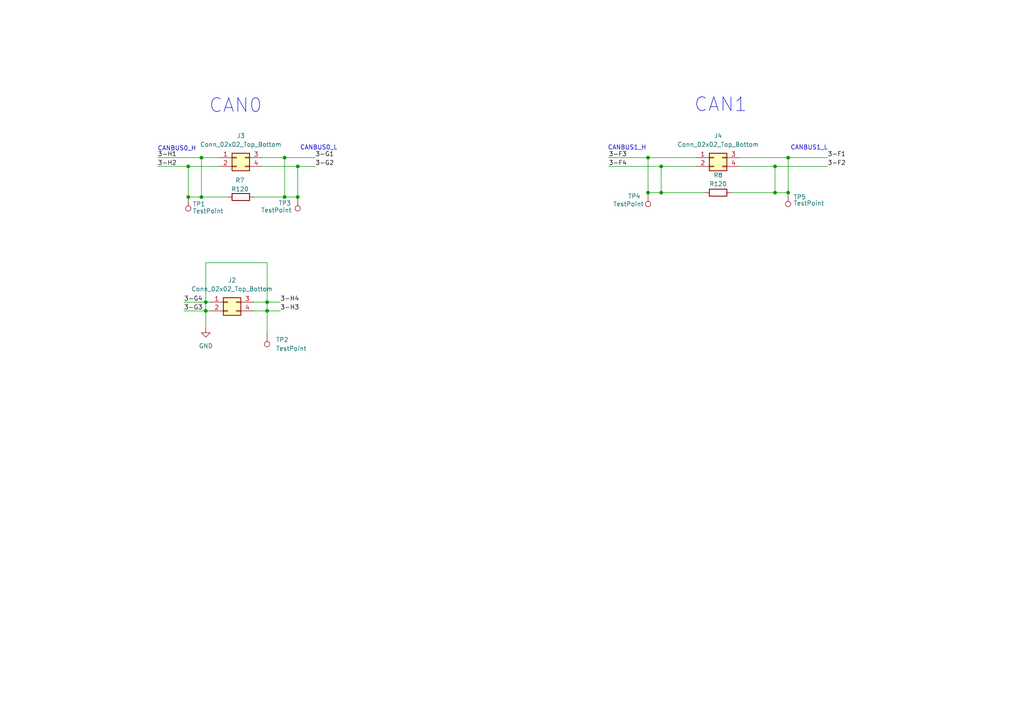
<source format=kicad_sch>
(kicad_sch (version 20231120) (generator "eeschema") (generator_version "8.0")
  (paper "A4")
  (lib_symbols
    (symbol "Connector:TestPoint" (pin_numbers hide) (pin_names (offset 0.762) hide)
      (property "Reference" "TP" (at 0 6.858 0))
      (property "Value" "TestPoint" (at 0 5.08 0))
      (symbol "TestPoint_0_1"
        (circle (center 0 3.302) (radius 0.762))
      )
      (symbol "TestPoint_1_1"
        (pin passive line (at 0 0 90) (length 2.54) (name "1") (number "1"))
      )
    )
    (symbol "Connector_Generic:Conn_02x02_Top_Bottom" (pin_names (offset 1.016) hide)
      (property "Reference" "J" (at 1.27 2.54 0))
      (property "Value" "Conn_02x02_Top_Bottom" (at 1.27 -5.08 0))
      (symbol "Conn_02x02_Top_Bottom_1_1"
        (rectangle (start -1.27 -2.413) (end 0 -2.667) (stroke (width 0.1524)))
        (rectangle (start -1.27 0.127) (end 0 -0.127) (stroke (width 0.1524)))
        (rectangle (start -1.27 1.27) (end 3.81 -3.81) (stroke (width 0.254)) (fill (type background)))
        (rectangle (start 3.81 -2.413) (end 2.54 -2.667) (stroke (width 0.1524)))
        (rectangle (start 3.81 0.127) (end 2.54 -0.127) (stroke (width 0.1524)))
        (pin passive line (at -5.08 0 0) (length 3.81) (name "Pin_1") (number "1"))
        (pin passive line (at -5.08 -2.54 0) (length 3.81) (name "Pin_2") (number "2"))
        (pin passive line (at 7.62 0 180) (length 3.81) (name "Pin_3") (number "3"))
        (pin passive line (at 7.62 -2.54 180) (length 3.81) (name "Pin_4") (number "4"))
      )
    )
    (symbol "Device:R" (pin_numbers hide) (pin_names (offset 0))
      (property "Reference" "R" (at 2.032 0 90))
      (property "Value" "R" (at 0 0 90))
      (symbol "R_0_1"
        (rectangle (start -1.016 -2.54) (end 1.016 2.54) (stroke (width 0.254)))
      )
      (symbol "R_1_1"
        (pin passive line (at 0 3.81 270) (length 1.27) (name "~") (number "1"))
        (pin passive line (at 0 -3.81 90) (length 1.27) (name "~") (number "2"))
      )
    )
    (symbol "power:GND" (power) (pin_numbers hide) (pin_names (offset 0) hide)
      (property "Value" "GND" (at 0 -3.81 0))
      (symbol "GND_0_1"
        (polyline (pts (xy 0 0) (xy 0 -1.27) (xy 1.27 -1.27) (xy 0 -2.54) (xy -1.27 -1.27) (xy 0 -1.27)))
      )
      (symbol "GND_1_1"
        (pin power_in line (at 0 0 270) (length 0) (name "~") (number "1"))
      )
    )
  )
  (junction (at 82.55 57.15))
  (junction (at 224.79 55.88))
  (junction (at 228.6 55.88))
  (junction (at 187.96 55.88))
  (junction (at 224.79 48.26))
  (junction (at 77.47 90.17))
  (junction (at 187.96 45.72))
  (junction (at 191.77 55.88))
  (junction (at 58.42 57.15))
  (junction (at 82.55 45.72))
  (junction (at 59.69 87.63))
  (junction (at 54.61 57.15))
  (junction (at 58.42 45.72))
  (junction (at 228.6 45.72))
  (junction (at 86.36 48.26))
  (junction (at 86.36 57.15))
  (junction (at 77.47 87.63))
  (junction (at 54.61 48.26))
  (junction (at 59.69 90.17))
  (junction (at 191.77 48.26))
  (wire (pts (xy 58.42 45.72) (xy 58.42 57.15)))
  (wire (pts (xy 191.77 48.26) (xy 201.93 48.26)))
  (wire (pts (xy 77.47 76.2) (xy 59.69 76.2)))
  (wire (pts (xy 212.09 55.88) (xy 224.79 55.88)))
  (wire (pts (xy 59.69 87.63) (xy 59.69 90.17)))
  (wire (pts (xy 86.36 48.26) (xy 91.44 48.26)))
  (wire (pts (xy 45.72 48.26) (xy 54.61 48.26)))
  (wire (pts (xy 53.34 90.17) (xy 59.69 90.17)))
  (wire (pts (xy 45.72 45.72) (xy 58.42 45.72)))
  (wire (pts (xy 77.47 90.17) (xy 81.28 90.17)))
  (wire (pts (xy 73.66 87.63) (xy 77.47 87.63)))
  (wire (pts (xy 53.34 87.63) (xy 59.69 87.63)))
  (wire (pts (xy 73.66 57.15) (xy 82.55 57.15)))
  (wire (pts (xy 54.61 48.26) (xy 63.5 48.26)))
  (wire (pts (xy 59.69 87.63) (xy 60.96 87.63)))
  (wire (pts (xy 224.79 48.26) (xy 240.03 48.26)))
  (wire (pts (xy 59.69 90.17) (xy 60.96 90.17)))
  (wire (pts (xy 76.2 48.26) (xy 86.36 48.26)))
  (wire (pts (xy 59.69 76.2) (xy 59.69 87.63)))
  (wire (pts (xy 73.66 90.17) (xy 77.47 90.17)))
  (wire (pts (xy 77.47 90.17) (xy 77.47 87.63)))
  (wire (pts (xy 214.63 48.26) (xy 224.79 48.26)))
  (wire (pts (xy 86.36 48.26) (xy 86.36 57.15)))
  (wire (pts (xy 228.6 45.72) (xy 228.6 55.88)))
  (wire (pts (xy 58.42 45.72) (xy 63.5 45.72)))
  (wire (pts (xy 77.47 87.63) (xy 81.28 87.63)))
  (wire (pts (xy 77.47 90.17) (xy 77.47 96.52)))
  (wire (pts (xy 54.61 57.15) (xy 58.42 57.15)))
  (wire (pts (xy 82.55 57.15) (xy 86.36 57.15)))
  (wire (pts (xy 176.53 45.72) (xy 187.96 45.72)))
  (wire (pts (xy 59.69 90.17) (xy 59.69 95.25)))
  (wire (pts (xy 214.63 45.72) (xy 228.6 45.72)))
  (wire (pts (xy 82.55 45.72) (xy 82.55 57.15)))
  (wire (pts (xy 224.79 48.26) (xy 224.79 55.88)))
  (wire (pts (xy 191.77 48.26) (xy 191.77 55.88)))
  (wire (pts (xy 58.42 57.15) (xy 66.04 57.15)))
  (wire (pts (xy 176.53 48.26) (xy 191.77 48.26)))
  (wire (pts (xy 187.96 45.72) (xy 201.93 45.72)))
  (wire (pts (xy 191.77 55.88) (xy 204.47 55.88)))
  (wire (pts (xy 76.2 45.72) (xy 82.55 45.72)))
  (wire (pts (xy 187.96 55.88) (xy 191.77 55.88)))
  (wire (pts (xy 187.96 45.72) (xy 187.96 55.88)))
  (wire (pts (xy 228.6 45.72) (xy 240.03 45.72)))
  (wire (pts (xy 224.79 55.88) (xy 228.6 55.88)))
  (wire (pts (xy 77.47 87.63) (xy 77.47 76.2)))
  (wire (pts (xy 82.55 45.72) (xy 91.44 45.72)))
  (wire (pts (xy 54.61 48.26) (xy 54.61 57.15)))
  (text "CANBUS1_L\n" (at 234.696 42.926 0) (effects (font (size 1.27 1.27))))
  (text "CANBUS0_H\n\n" (at 51.308 44.196 0) (effects (font (size 1.27 1.27))))
  (text "CANBUS0_L\n" (at 92.456 42.926 0) (effects (font (size 1.27 1.27))))
  (text "CAN0" (at 68.326 30.734 0) (effects (font (size 4 4))))
  (text "CANBUS1_H\n" (at 181.864 42.926 0) (effects (font (size 1.27 1.27))))
  (text "CAN1" (at 209.042 30.48 0) (effects (font (size 4 4))))
  (label "3-F3" (at 176.53 45.72 0))
  (label "3-F4" (at 176.53 48.26 0))
  (label "3-G2" (at 91.44 48.26 0))
  (label "3-G4" (at 53.34 87.63 0))
  (label "3-F2" (at 240.03 48.26 0))
  (label "3-H2" (at 45.72 48.26 0))
  (label "3-H3" (at 81.28 90.17 0))
  (label "3-H1" (at 45.72 45.72 0))
  (label "3-G3" (at 53.34 90.17 0))
  (label "3-H4" (at 81.28 87.63 0))
  (label "3-G1" (at 91.44 45.72 0))
  (label "3-F1" (at 240.03 45.72 0))
  (symbol (lib_id "Device:R") (at 69.85 57.15 90) (unit 1)
    (property "Reference" "R7" (at 69.596 52.324 90))
    (property "Value" "R120" (at 69.596 54.864 90))
    (property "Footprint" "Resistor_SMD:R_1206_3216Metric_Pad1.30x1.75mm_HandSolder" (effects (hide yes)))
    (property "Description" "Resistor" (effects (hide yes)))
  )
  (symbol (lib_id "power:GND") (at 59.69 95.25 0) (unit 1)
    (property "Reference" "#PWR08" (effects (hide yes)))
    (property "Value" "GND" (at 59.69 100.33 0))
    (property "Description" "Power symbol creates a global label with name \"GND\" , ground" (effects (hide yes)))
  )
  (symbol (lib_id "Device:R") (at 208.28 55.88 270) (unit 1)
    (property "Reference" "R8" (at 208.28 50.8 90))
    (property "Value" "R120" (at 208.28 53.34 90))
    (property "Footprint" "Resistor_SMD:R_1206_3216Metric_Pad1.30x1.75mm_HandSolder" (effects (hide yes)))
    (property "Description" "Resistor" (effects (hide yes)))
  )
  (symbol (lib_id "Connector_Generic:Conn_02x02_Top_Bottom") (at 207.01 45.72 0) (unit 1)
    (property "Reference" "J4" (at 208.28 39.37 0))
    (property "Value" "Conn_02x02_Top_Bottom" (at 208.28 41.91 0))
    (property "Footprint" "Connector_Molex:Molex_Mini-Fit_Jr_5566-04A_2x02_P4.20mm_Vertical" (effects (hide yes)))
    (property "Description" "Generic connector, double row, 02x02, top/bottom pin numbering scheme (row 1: 1...pins_per_row, row2: pins_per_row+1 ... num_pins), script generated (kicad-library-utils/schlib/autogen/connector/)" (effects (hide yes)))
  )
  (symbol (lib_id "Connector:TestPoint") (at 187.96 55.88 180) (unit 1)
    (property "Reference" "TP4" (at 182.118 56.896 0) (effects (justify right)))
    (property "Value" "TestPoint" (at 177.8 59.182 0) (effects (justify right)))
    (property "Footprint" "TestPoint:TestPoint_Keystone_5010-5014_Multipurpose" (effects (hide yes)))
    (property "Description" "test point" (effects (hide yes)))
  )
  (symbol (lib_id "Connector:TestPoint") (at 228.6 55.88 180) (unit 1)
    (property "Reference" "TP5" (at 230.124 57.15 0) (effects (justify right)))
    (property "Value" "TestPoint" (at 230.124 58.928 0) (effects (justify right)))
    (property "Footprint" "TestPoint:TestPoint_Keystone_5010-5014_Multipurpose" (effects (hide yes)))
    (property "Description" "test point" (effects (hide yes)))
  )
  (symbol (lib_id "Connector:TestPoint") (at 77.47 96.52 180) (unit 1)
    (property "Reference" "TP2" (at 80.01 98.5519 0) (effects (justify right)))
    (property "Value" "TestPoint" (at 80.01 101.0919 0) (effects (justify right)))
    (property "Footprint" "TestPoint:TestPoint_Keystone_5010-5014_Multipurpose" (effects (hide yes)))
    (property "Description" "test point" (effects (hide yes)))
  )
  (symbol (lib_id "Connector_Generic:Conn_02x02_Top_Bottom") (at 66.04 87.63 0) (unit 1)
    (property "Reference" "J2" (at 67.31 81.28 0))
    (property "Value" "Conn_02x02_Top_Bottom" (at 67.31 83.82 0))
    (property "Footprint" "Connector_Molex:Molex_Mini-Fit_Jr_5566-04A_2x02_P4.20mm_Vertical" (effects (hide yes)))
    (property "Description" "Generic connector, double row, 02x02, top/bottom pin numbering scheme (row 1: 1...pins_per_row, row2: pins_per_row+1 ... num_pins), script generated (kicad-library-utils/schlib/autogen/connector/)" (effects (hide yes)))
  )
  (symbol (lib_id "Connector:TestPoint") (at 86.36 57.15 180) (unit 1)
    (property "Reference" "TP3" (at 80.772 58.928 0) (effects (justify right)))
    (property "Value" "TestPoint" (at 75.692 60.96 0) (effects (justify right)))
    (property "Footprint" "TestPoint:TestPoint_Keystone_5010-5014_Multipurpose" (effects (hide yes)))
    (property "Description" "test point" (effects (hide yes)))
  )
  (symbol (lib_id "Connector_Generic:Conn_02x02_Top_Bottom") (at 68.58 45.72 0) (unit 1)
    (property "Reference" "J3" (at 69.85 39.37 0))
    (property "Value" "Conn_02x02_Top_Bottom" (at 69.85 41.91 0))
    (property "Footprint" "Connector_Molex:Molex_Mini-Fit_Jr_5566-04A_2x02_P4.20mm_Vertical" (effects (hide yes)))
    (property "Description" "Generic connector, double row, 02x02, top/bottom pin numbering scheme (row 1: 1...pins_per_row, row2: pins_per_row+1 ... num_pins), script generated (kicad-library-utils/schlib/autogen/connector/)" (effects (hide yes)))
  )
  (symbol (lib_id "Connector:TestPoint") (at 54.61 57.15 180) (unit 1)
    (property "Reference" "TP1" (at 55.88 59.182 0) (effects (justify right)))
    (property "Value" "TestPoint" (at 55.88 61.214 0) (effects (justify right)))
    (property "Footprint" "TestPoint:TestPoint_Keystone_5010-5014_Multipurpose" (effects (hide yes)))
    (property "Description" "test point" (effects (hide yes)))
  )
)
</source>
